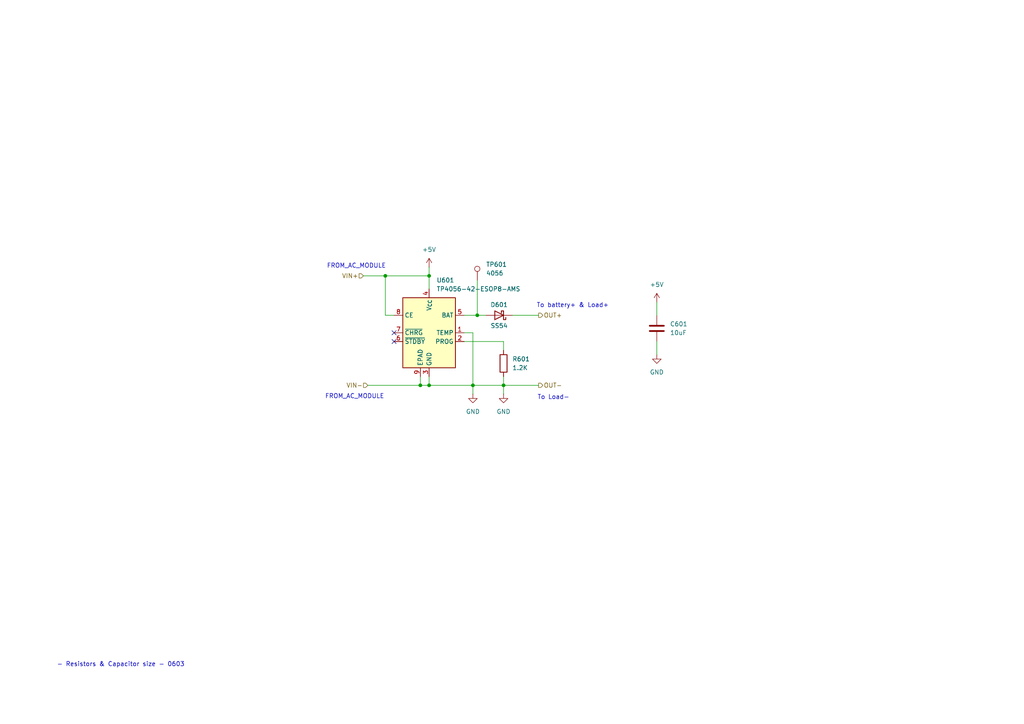
<source format=kicad_sch>
(kicad_sch (version 20250114) (generator "eeschema") (generator_version "9.0")
  (paper "A4")
  (lib_symbols
    (symbol "Battery_Management:TP4056-42-ESOP8"
      (property "Reference" "U" (at -6.604 11.684 0))
      (property "Value" "TP4056-42-ESOP8" (at 10.16 11.684 0))
      (symbol "TP4056-42-ESOP8_1_0"
        (pin input line (at -10.16 5.08 0) (length 2.54) (name "CE") (number "8"))
        (pin open_collector line (at -10.16 0 0) (length 2.54) (name "~{CHRG}") (number "7"))
        (pin open_collector line (at -10.16 -2.54 0) (length 2.54) (name "~{STDBY}") (number "6"))
        (pin passive line (at -2.54 -12.7 90) (length 2.54) (name "EPAD") (number "9"))
        (pin power_in line (at 0 12.7 270) (length 2.54) (name "V_{CC}") (number "4"))
        (pin power_in line (at 0 -12.7 90) (length 2.54) (name "GND") (number "3"))
        (pin power_out line (at 10.16 5.08 180) (length 2.54) (name "BAT") (number "5"))
        (pin input line (at 10.16 0 180) (length 2.54) (name "TEMP") (number "1"))
        (pin passive line (at 10.16 -2.54 180) (length 2.54) (name "PROG") (number "2"))
      )
      (symbol "TP4056-42-ESOP8_1_1"
        (rectangle (start -7.62 10.16) (end 7.62 -10.16) (stroke (width 0.254)) (fill (type background)))
      )
    )
    (symbol "Connector:TestPoint" (pin_numbers (hide yes)) (pin_names (offset 0.762) (hide yes))
      (property "Reference" "TP" (at 0 6.858 0))
      (property "Value" "TestPoint" (at 0 5.08 0))
      (symbol "TestPoint_0_1"
        (circle (center 0 3.302) (radius 0.762))
      )
      (symbol "TestPoint_1_1"
        (pin passive line (at 0 0 90) (length 2.54) (name "1") (number "1"))
      )
    )
    (symbol "Device:C" (pin_numbers (hide yes)) (pin_names (offset 0.254))
      (property "Reference" "C" (at 0.635 2.54 0))
      (property "Value" "C" (at 0.635 -2.54 0))
      (symbol "C_0_1"
        (polyline (pts (xy -2.032 0.762) (xy 2.032 0.762)) (stroke (width 0.508)))
        (polyline (pts (xy -2.032 -0.762) (xy 2.032 -0.762)) (stroke (width 0.508)))
      )
      (symbol "C_1_1"
        (pin passive line (at 0 3.81 270) (length 2.794) (name "~") (number "1"))
        (pin passive line (at 0 -3.81 90) (length 2.794) (name "~") (number "2"))
      )
    )
    (symbol "Device:D_Schottky" (pin_numbers (hide yes)) (pin_names (offset 1.016) (hide yes))
      (property "Reference" "D" (at 0 2.54 0))
      (property "Value" "D_Schottky" (at 0 -2.54 0))
      (symbol "D_Schottky_0_1"
        (polyline (pts (xy -1.905 0.635) (xy -1.905 1.27) (xy -1.27 1.27) (xy -1.27 -1.27) (xy -0.635 -1.27) (xy -0.635 -0.635)) (stroke (width 0.254)))
        (polyline (pts (xy 1.27 1.27) (xy 1.27 -1.27) (xy -1.27 0) (xy 1.27 1.27)) (stroke (width 0.254)))
        (polyline (pts (xy 1.27 0) (xy -1.27 0)))
      )
      (symbol "D_Schottky_1_1"
        (pin passive line (at -3.81 0 0) (length 2.54) (name "K") (number "1"))
        (pin passive line (at 3.81 0 180) (length 2.54) (name "A") (number "2"))
      )
    )
    (symbol "Device:R" (pin_numbers (hide yes)) (pin_names (offset 0))
      (property "Reference" "R" (at 2.032 0 90))
      (property "Value" "R" (at 0 0 90))
      (symbol "R_0_1"
        (rectangle (start -1.016 -2.54) (end 1.016 2.54) (stroke (width 0.254)))
      )
      (symbol "R_1_1"
        (pin passive line (at 0 3.81 270) (length 1.27) (name "~") (number "1"))
        (pin passive line (at 0 -3.81 90) (length 1.27) (name "~") (number "2"))
      )
    )
    (symbol "power:+5V" (power) (pin_numbers (hide yes)) (pin_names (offset 0) (hide yes))
      (property "Value" "+5V" (at 0 3.556 0))
      (symbol "+5V_0_1"
        (polyline (pts (xy -0.762 1.27) (xy 0 2.54)))
        (polyline (pts (xy 0 2.54) (xy 0.762 1.27)))
        (polyline (pts (xy 0 0) (xy 0 2.54)))
      )
      (symbol "+5V_1_1"
        (pin power_in line (at 0 0 90) (length 0) (name "~") (number "1"))
      )
    )
    (symbol "power:GND" (power) (pin_numbers (hide yes)) (pin_names (offset 0) (hide yes))
      (property "Value" "GND" (at 0 -3.81 0))
      (symbol "GND_0_1"
        (polyline (pts (xy 0 0) (xy 0 -1.27) (xy 1.27 -1.27) (xy 0 -2.54) (xy -1.27 -1.27) (xy 0 -1.27)))
      )
      (symbol "GND_1_1"
        (pin power_in line (at 0 0 270) (length 0) (name "~") (number "1"))
      )
    )
  )
  (text " - Resistors & Capacitor size - 0603" (at 34.544 192.786 0) (effects (font (size 1.27 1.27))))
  (text "To battery+ & Load+" (at 166.116 88.646 0) (effects (font (size 1.27 1.27))))
  (text "To Load-\n" (at 160.528 115.316 0) (effects (font (size 1.27 1.27))))
  (text "FROM_AC_MODULE" (at 102.87 115.062 0) (effects (font (size 1.27 1.27))))
  (text "FROM_AC_MODULE" (at 103.378 77.216 0) (effects (font (size 1.27 1.27))))
  (junction (at 137.16 111.76))
  (junction (at 121.92 111.76))
  (junction (at 111.76 80.01))
  (junction (at 146.05 111.76))
  (junction (at 124.46 111.76))
  (junction (at 124.46 80.01))
  (junction (at 138.43 91.44))
  (no_connect (at 114.3 99.06))
  (no_connect (at 114.3 96.52))
  (wire (pts (xy 111.76 91.44) (xy 114.3 91.44)))
  (wire (pts (xy 146.05 109.22) (xy 146.05 111.76)))
  (wire (pts (xy 134.62 96.52) (xy 137.16 96.52)))
  (wire (pts (xy 148.59 91.44) (xy 156.21 91.44)))
  (wire (pts (xy 134.62 91.44) (xy 138.43 91.44)))
  (wire (pts (xy 124.46 77.47) (xy 124.46 80.01)))
  (wire (pts (xy 124.46 80.01) (xy 124.46 83.82)))
  (wire (pts (xy 111.76 80.01) (xy 124.46 80.01)))
  (wire (pts (xy 190.5 87.63) (xy 190.5 91.44)))
  (wire (pts (xy 137.16 111.76) (xy 137.16 114.3)))
  (wire (pts (xy 105.41 80.01) (xy 111.76 80.01)))
  (wire (pts (xy 138.43 91.44) (xy 140.97 91.44)))
  (wire (pts (xy 146.05 111.76) (xy 146.05 114.3)))
  (wire (pts (xy 121.92 111.76) (xy 124.46 111.76)))
  (wire (pts (xy 106.68 111.76) (xy 121.92 111.76)))
  (wire (pts (xy 124.46 111.76) (xy 124.46 109.22)))
  (wire (pts (xy 146.05 111.76) (xy 156.21 111.76)))
  (wire (pts (xy 146.05 101.6) (xy 146.05 99.06)))
  (wire (pts (xy 121.92 109.22) (xy 121.92 111.76)))
  (wire (pts (xy 137.16 111.76) (xy 146.05 111.76)))
  (wire (pts (xy 138.43 81.28) (xy 138.43 91.44)))
  (wire (pts (xy 111.76 80.01) (xy 111.76 91.44)))
  (wire (pts (xy 146.05 99.06) (xy 134.62 99.06)))
  (wire (pts (xy 190.5 102.87) (xy 190.5 99.06)))
  (wire (pts (xy 124.46 111.76) (xy 137.16 111.76)))
  (wire (pts (xy 137.16 96.52) (xy 137.16 111.76)))
  (hierarchical_label "OUT-" (shape output) (at 156.21 111.76 0))
  (hierarchical_label "VIN-" (shape input) (at 106.68 111.76 180))
  (hierarchical_label "OUT+" (shape output) (at 156.21 91.44 0))
  (hierarchical_label "VIN+" (shape input) (at 105.41 80.01 180))
  (symbol (lib_id "power:GND") (at 146.05 114.3 0) (unit 1)
    (property "Reference" "#PWR0603" (effects (hide yes)))
    (property "Value" "GND" (at 146.05 119.38 0))
    (property "Description" "Power symbol creates a global label with name \"GND\" , ground" (effects (hide yes)))
  )
  (symbol (lib_id "Device:D_Schottky") (at 144.78 91.44 180) (unit 1)
    (property "Reference" "D601" (at 144.78 88.392 0))
    (property "Value" "SS54" (at 144.78 94.488 0))
    (property "Footprint" "Diode_SMD:D_SMA" (effects (hide yes)))
    (property "Description" "Schottky diode" (effects (hide yes)))
  )
  (symbol (lib_id "Device:R") (at 146.05 105.41 0) (unit 1)
    (property "Reference" "R601" (at 148.59 104.1399 0) (effects (justify left)))
    (property "Value" "1.2K" (at 148.59 106.6799 0) (effects (justify left)))
    (property "Footprint" "Resistor_SMD:R_0603_1608Metric_Pad0.98x0.95mm_HandSolder" (effects (hide yes)))
    (property "Description" "Resistor" (effects (hide yes)))
  )
  (symbol (lib_id "power:+5V") (at 190.5 87.63 0) (unit 1)
    (property "Reference" "#PWR0604" (effects (hide yes)))
    (property "Value" "+5V" (at 190.5 82.55 0))
    (property "Description" "Power symbol creates a global label with name \"+5V\"" (effects (hide yes)))
  )
  (symbol (lib_id "Connector:TestPoint") (at 138.43 81.28 0) (unit 1)
    (property "Reference" "TP601" (at 140.97 76.7079 0) (effects (justify left)))
    (property "Value" "4056" (at 140.97 79.2479 0) (effects (justify left)))
    (property "Footprint" "TestPoint:TestPoint_Pad_D1.0mm" (effects (hide yes)))
    (property "Description" "test point" (effects (hide yes)))
  )
  (symbol (lib_id "power:+5V") (at 124.46 77.47 0) (unit 1)
    (property "Reference" "#PWR0601" (effects (hide yes)))
    (property "Value" "+5V" (at 124.46 72.39 0))
    (property "Description" "Power symbol creates a global label with name \"+5V\"" (effects (hide yes)))
  )
  (symbol (lib_id "power:GND") (at 190.5 102.87 0) (unit 1)
    (property "Reference" "#PWR0605" (effects (hide yes)))
    (property "Value" "GND" (at 190.5 107.95 0))
    (property "Description" "Power symbol creates a global label with name \"GND\" , ground" (effects (hide yes)))
  )
  (symbol (lib_id "power:GND") (at 137.16 114.3 0) (unit 1)
    (property "Reference" "#PWR0602" (effects (hide yes)))
    (property "Value" "GND" (at 137.16 119.38 0))
    (property "Description" "Power symbol creates a global label with name \"GND\" , ground" (effects (hide yes)))
  )
  (symbol (lib_id "Device:C") (at 190.5 95.25 0) (unit 1)
    (property "Reference" "C601" (at 194.31 93.9799 0) (effects (justify left)))
    (property "Value" "10uF" (at 194.31 96.5199 0) (effects (justify left)))
    (property "Footprint" "Capacitor_SMD:C_0603_1608Metric_Pad1.08x0.95mm_HandSolder" (effects (hide yes)))
    (property "Description" "Unpolarized capacitor" (effects (hide yes)))
  )
  (symbol (lib_id "Battery_Management:TP4056-42-ESOP8") (at 124.46 96.52 0) (unit 1)
    (property "Reference" "U601" (at 126.6033 81.28 0) (effects (justify left)))
    (property "Value" "TP4056-42-ESOP8-AMS" (at 126.6033 83.82 0) (effects (justify left)))
    (property "Footprint" "Package_SO:SOIC-8-1EP_3.9x4.9mm_P1.27mm_EP2.41x3.3mm_ThermalVias" (effects (hide yes)))
    (property "Datasheet" "https://www.lcsc.com/datasheet/lcsc_datasheet_2410121619_TOPPOWER-Nanjing-Extension-Microelectronics-TP4056-42-ESOP8_C16581.pdf" (effects (hide yes)))
    (property "Description" "1A Standalone Linear Li-ion/LiPo single-cell battery charger, 4.2V ±1% charge voltage, VCC = 4.0..8.0V, SOIC-8 (SOP-8)" (effects (hide yes)))
  )
)
</source>
